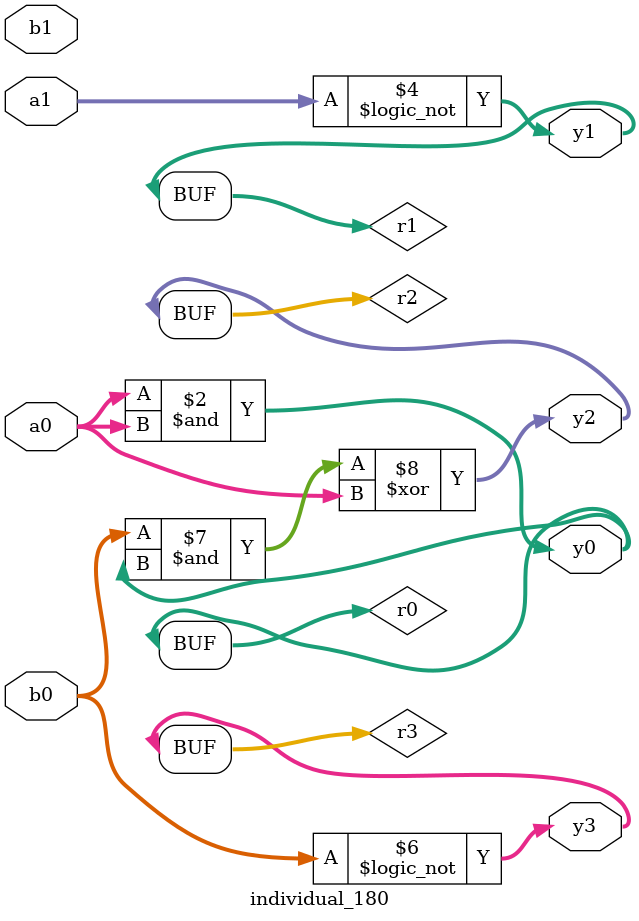
<source format=sv>
module individual_180(input logic [15:0] a1, input logic [15:0] a0, input logic [15:0] b1, input logic [15:0] b0, output logic [15:0] y3, output logic [15:0] y2, output logic [15:0] y1, output logic [15:0] y0);
logic [15:0] r0, r1, r2, r3; 
 always@(*) begin 
	 r0 = a0; r1 = a1; r2 = b0; r3 = b1; 
 	 r0  &=  a0 ;
 	 r3  |=  r2 ;
 	 r1 = ! r1 ;
 	 r3  |=  r3 ;
 	 r3 = ! b0 ;
 	 r2  &=  r0 ;
 	 r2  ^=  a0 ;
 	 y3 = r3; y2 = r2; y1 = r1; y0 = r0; 
end
endmodule
</source>
